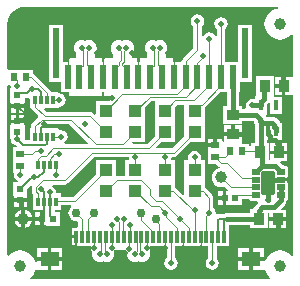
<source format=gtl>
G04*
G04 #@! TF.GenerationSoftware,Altium Limited,Altium Designer,20.0.13 (296)*
G04*
G04 Layer_Physical_Order=1*
G04 Layer_Color=255*
%FSLAX44Y44*%
%MOMM*%
G71*
G01*
G75*
%ADD10C,0.2000*%
%ADD13R,0.3000X0.8000*%
%ADD14R,1.6500X1.3000*%
%ADD15R,0.3000X1.0000*%
%ADD16R,1.1000X1.1000*%
%ADD18R,0.5500X0.6500*%
%ADD19R,0.9000X1.0000*%
%ADD20R,1.0000X0.9000*%
%ADD21R,0.6500X0.5500*%
%ADD22R,0.6200X0.6200*%
%ADD24R,0.6200X0.6200*%
%ADD25R,0.6000X4.2000*%
%ADD26R,0.6000X2.0000*%
%ADD44C,1.0000*%
%ADD45C,0.7500*%
G04:AMPARAMS|DCode=46|XSize=1.2mm|YSize=2mm|CornerRadius=0.06mm|HoleSize=0mm|Usage=FLASHONLY|Rotation=180.000|XOffset=0mm|YOffset=0mm|HoleType=Round|Shape=RoundedRectangle|*
%AMROUNDEDRECTD46*
21,1,1.2000,1.8800,0,0,180.0*
21,1,1.0800,2.0000,0,0,180.0*
1,1,0.1200,-0.5400,0.9400*
1,1,0.1200,0.5400,0.9400*
1,1,0.1200,0.5400,-0.9400*
1,1,0.1200,-0.5400,-0.9400*
%
%ADD46ROUNDEDRECTD46*%
G04:AMPARAMS|DCode=47|XSize=0.6mm|YSize=0.5mm|CornerRadius=0.025mm|HoleSize=0mm|Usage=FLASHONLY|Rotation=180.000|XOffset=0mm|YOffset=0mm|HoleType=Round|Shape=RoundedRectangle|*
%AMROUNDEDRECTD47*
21,1,0.6000,0.4500,0,0,180.0*
21,1,0.5500,0.5000,0,0,180.0*
1,1,0.0500,-0.2750,0.2250*
1,1,0.0500,0.2750,0.2250*
1,1,0.0500,0.2750,-0.2250*
1,1,0.0500,-0.2750,-0.2250*
%
%ADD47ROUNDEDRECTD47*%
%ADD48R,0.4000X0.9000*%
%ADD49C,0.1016*%
%ADD50C,0.4000*%
%ADD51C,0.1000*%
%ADD52C,0.5000*%
G36*
X230000Y234736D02*
X231587D01*
X233601Y234335D01*
X233559Y233048D01*
X231574Y232787D01*
X228381Y231465D01*
X225639Y229361D01*
X223535Y226619D01*
X222213Y223426D01*
X221762Y220000D01*
X222213Y216574D01*
X223535Y213381D01*
X225639Y210639D01*
X228381Y208535D01*
X231574Y207213D01*
X235000Y206762D01*
X238426Y207213D01*
X241619Y208535D01*
X244361Y210639D01*
X244913Y211358D01*
X246115Y210950D01*
X246115Y175510D01*
X244845Y175040D01*
X239500D01*
Y167500D01*
Y159960D01*
X244845D01*
X245040Y159960D01*
X246115Y159490D01*
X246115Y24050D01*
X244913Y23642D01*
X244361Y24361D01*
X241619Y26465D01*
X238426Y27787D01*
X235000Y28238D01*
X231574Y27787D01*
X228381Y26465D01*
X225639Y24361D01*
X223535Y21619D01*
X222400Y18878D01*
X221130Y19131D01*
Y19500D01*
X211840D01*
Y11960D01*
X221040Y11960D01*
X221692Y11745D01*
X222226Y11541D01*
X223535Y8381D01*
X225639Y5639D01*
X226359Y5087D01*
X225951Y3884D01*
X24050Y3884D01*
X23642Y5087D01*
X24361Y5639D01*
X26465Y8381D01*
X27787Y11574D01*
X27824Y11854D01*
X29050Y11960D01*
X29119Y11960D01*
X38340D01*
Y19500D01*
X29050D01*
Y18564D01*
X27787Y18426D01*
X26465Y21619D01*
X24361Y24361D01*
X21619Y26465D01*
X18426Y27787D01*
X15000Y28238D01*
X11574Y27787D01*
X8381Y26465D01*
X5639Y24361D01*
X5087Y23642D01*
X3885Y24050D01*
X3884Y167631D01*
X4944Y168564D01*
X6000Y168504D01*
X6892Y167633D01*
X7122Y166479D01*
X6400Y165600D01*
X6400D01*
Y153400D01*
X6860D01*
Y152000D01*
X12500D01*
X18140D01*
Y153400D01*
X18600D01*
Y157522D01*
X20788D01*
X20788Y157522D01*
X21730Y157709D01*
X22724Y157136D01*
X23000Y156856D01*
Y148500D01*
X24267D01*
X24971Y147447D01*
X29949Y142469D01*
X29947Y140696D01*
X24971Y135720D01*
X24195Y134559D01*
X23923Y133191D01*
Y131500D01*
X23000D01*
Y121578D01*
X19530D01*
X18600Y122400D01*
Y134600D01*
X18140D01*
Y136000D01*
X6860D01*
Y134600D01*
X6400D01*
Y122400D01*
X6912D01*
X7319Y120354D01*
X8535Y118535D01*
X10354Y117319D01*
X11858Y117020D01*
X11733Y115750D01*
X8750D01*
Y104250D01*
Y94250D01*
X8750D01*
X9547Y93279D01*
X9392Y92500D01*
X9819Y90354D01*
X11035Y88535D01*
X12778Y87370D01*
X12792Y87277D01*
X12139Y86100D01*
X8900D01*
Y73900D01*
X9360D01*
Y72500D01*
X15000D01*
X20640D01*
Y73900D01*
X21100D01*
Y80332D01*
X23895Y83127D01*
X25065Y82502D01*
X24899Y81667D01*
Y78091D01*
X25171Y76723D01*
X25500Y76231D01*
Y62500D01*
X34500D01*
Y62500D01*
X34652D01*
X35336Y61910D01*
X35000Y61007D01*
Y55000D01*
Y49360D01*
X36400D01*
Y48900D01*
X48600D01*
Y61100D01*
X44078D01*
Y62500D01*
X49500D01*
Y66394D01*
X57748D01*
X58179Y65124D01*
X57776Y64814D01*
X56694Y63404D01*
X56014Y61762D01*
X55782Y60000D01*
X56014Y58238D01*
X56694Y56596D01*
X57776Y55186D01*
X59186Y54104D01*
X60828Y53424D01*
X62590Y53192D01*
X63058Y53253D01*
X64013Y52416D01*
Y48000D01*
X63090D01*
Y47540D01*
X58550D01*
Y41500D01*
X62590D01*
Y40000D01*
X63089D01*
Y32460D01*
X63090D01*
Y32000D01*
X75090D01*
Y29000D01*
X75090D01*
X75744Y27789D01*
X75743Y27730D01*
X75526Y26082D01*
Y25000D01*
X75749Y23303D01*
X76404Y21722D01*
X77446Y20364D01*
X78804Y19322D01*
X80385Y18667D01*
X82082Y18444D01*
X83779Y18667D01*
X85090Y19210D01*
X86401Y18667D01*
X88098Y18444D01*
X89795Y18667D01*
X91376Y19322D01*
X92734Y20364D01*
X93776Y21722D01*
X94431Y23303D01*
X94654Y25000D01*
Y26082D01*
X94437Y27730D01*
X94436Y27788D01*
X95141Y29000D01*
X104880D01*
X105744Y27787D01*
X105743Y27730D01*
X105526Y26082D01*
Y25000D01*
X105749Y23303D01*
X106404Y21722D01*
X107446Y20364D01*
X108804Y19322D01*
X110385Y18667D01*
X112082Y18444D01*
X113779Y18667D01*
X115090Y19210D01*
X116401Y18667D01*
X118098Y18444D01*
X119795Y18667D01*
X121376Y19322D01*
X122734Y20364D01*
X123776Y21722D01*
X124431Y23303D01*
X124654Y25000D01*
Y26082D01*
X124437Y27730D01*
X124436Y27789D01*
X125090Y29000D01*
X125090D01*
Y32000D01*
X137090D01*
Y32000D01*
X137743D01*
X139013Y31163D01*
Y21725D01*
X138625Y21465D01*
X137409Y19646D01*
X136982Y17500D01*
X137409Y15354D01*
X138625Y13535D01*
X140444Y12319D01*
X142590Y11892D01*
X144736Y12319D01*
X146555Y13535D01*
X147771Y15354D01*
X148198Y17500D01*
X147771Y19646D01*
X146555Y21465D01*
X146167Y21725D01*
Y32000D01*
X152090D01*
Y32000D01*
X153090D01*
Y32000D01*
X167090D01*
Y32000D01*
X168090D01*
Y32000D01*
X174013D01*
Y21725D01*
X173625Y21465D01*
X172409Y19646D01*
X171982Y17500D01*
X172409Y15354D01*
X173625Y13535D01*
X175444Y12319D01*
X177590Y11892D01*
X179736Y12319D01*
X181555Y13535D01*
X182771Y15354D01*
X183198Y17500D01*
X182771Y19646D01*
X181555Y21465D01*
X181167Y21725D01*
Y32000D01*
X192090D01*
Y48000D01*
X191668D01*
Y49902D01*
X209500D01*
Y47000D01*
X224500D01*
Y59902D01*
X225960D01*
Y56500D01*
X233000D01*
X240040D01*
Y62540D01*
X236409D01*
X235923Y63713D01*
X239105Y66895D01*
X240210Y68549D01*
X240598Y70500D01*
Y70664D01*
X241311Y71732D01*
X241564Y73000D01*
Y77500D01*
X241365Y78500D01*
X241564Y79500D01*
Y84000D01*
X241311Y85268D01*
X241032Y85686D01*
X241095Y86000D01*
Y86750D01*
X239985D01*
X239518Y87062D01*
X238250Y87314D01*
X235500D01*
Y89186D01*
X238250D01*
X239518Y89438D01*
X239985Y89750D01*
X241095D01*
Y90500D01*
X241032Y90814D01*
X241311Y91232D01*
X241564Y92500D01*
Y97000D01*
X241311Y98268D01*
X240593Y99343D01*
X239518Y100061D01*
X238250Y100314D01*
X237146D01*
X235020Y102440D01*
X235546Y103710D01*
X240790D01*
Y109750D01*
X233750D01*
X226710D01*
Y105098D01*
X225250D01*
Y119250D01*
X223598D01*
Y121960D01*
X226500D01*
Y121500D01*
X236500D01*
Y128507D01*
X236598Y129000D01*
Y131500D01*
X236500Y131993D01*
Y136500D01*
X234766D01*
X234726Y136700D01*
X233621Y138354D01*
X231854Y140121D01*
X230200Y141226D01*
X228249Y141614D01*
X223531D01*
X223149Y142230D01*
X223500Y143500D01*
X223500D01*
Y150507D01*
X223598Y151000D01*
Y151388D01*
X225105Y152895D01*
X225230Y153083D01*
X226500Y152697D01*
Y143500D01*
X236500D01*
Y158500D01*
X230152D01*
X229500Y159500D01*
Y175500D01*
X214500D01*
Y159500D01*
X213848Y158500D01*
X213500D01*
Y157211D01*
X212518Y156405D01*
X211500Y156608D01*
X209354Y156181D01*
X207535Y154965D01*
X206319Y153146D01*
X205892Y151000D01*
X206217Y149368D01*
X205413Y148098D01*
X203000D01*
Y150500D01*
X200098D01*
Y162000D01*
X201000D01*
Y171000D01*
X211000D01*
Y219000D01*
X199000D01*
Y188000D01*
X188577D01*
Y215775D01*
X188965Y216035D01*
X190181Y217854D01*
X190608Y220000D01*
X190181Y222146D01*
X188965Y223965D01*
X187146Y225181D01*
X185000Y225608D01*
X182854Y225181D01*
X181035Y223965D01*
X179819Y222146D01*
X179392Y220000D01*
X179819Y217854D01*
X181035Y216035D01*
X181423Y215775D01*
Y209898D01*
X180265Y209663D01*
X180153Y209687D01*
X178965Y211465D01*
X177146Y212681D01*
X175000Y213108D01*
X172854Y212681D01*
X171035Y211465D01*
X169847Y209687D01*
X169735Y209663D01*
X168577Y209898D01*
Y218275D01*
X168965Y218535D01*
X170181Y220354D01*
X170608Y222500D01*
X170181Y224646D01*
X168965Y226465D01*
X167146Y227681D01*
X165000Y228108D01*
X162854Y227681D01*
X161035Y226465D01*
X159819Y224646D01*
X159392Y222500D01*
X159819Y220354D01*
X161035Y218535D01*
X161423Y218275D01*
Y199672D01*
X152471Y190720D01*
X151695Y189559D01*
X151423Y188191D01*
Y188000D01*
X149000D01*
Y187540D01*
X144000D01*
Y191000D01*
X138072D01*
Y194840D01*
X138686Y195640D01*
X139341Y197221D01*
X139564Y198918D01*
Y200000D01*
X139341Y201697D01*
X138686Y203278D01*
X137644Y204636D01*
X136286Y205678D01*
X134705Y206333D01*
X133008Y206556D01*
X131311Y206333D01*
X130000Y205790D01*
X128689Y206333D01*
X126992Y206556D01*
X125295Y206333D01*
X123714Y205678D01*
X122356Y204636D01*
X121314Y203278D01*
X120659Y201697D01*
X120436Y200000D01*
Y198918D01*
X120659Y197221D01*
X121314Y195640D01*
X121928Y194840D01*
Y191000D01*
X116000D01*
Y187540D01*
X114000D01*
Y191000D01*
X109588D01*
Y194840D01*
X110202Y195640D01*
X110857Y197221D01*
X111080Y198918D01*
Y200000D01*
X110857Y201697D01*
X110202Y203278D01*
X109160Y204636D01*
X107802Y205678D01*
X106221Y206333D01*
X104524Y206556D01*
X102827Y206333D01*
X101516Y205790D01*
X100205Y206333D01*
X98508Y206556D01*
X96811Y206333D01*
X95230Y205678D01*
X93872Y204636D01*
X92830Y203278D01*
X92175Y201697D01*
X91952Y200000D01*
Y198918D01*
X92175Y197221D01*
X92830Y195640D01*
X93444Y194840D01*
Y191865D01*
X92806Y191034D01*
X92792Y191000D01*
X86000D01*
Y187540D01*
X84000D01*
Y191000D01*
X78072D01*
Y194840D01*
X78686Y195640D01*
X79341Y197221D01*
X79564Y198918D01*
Y200000D01*
X79341Y201697D01*
X78686Y203278D01*
X77644Y204636D01*
X76286Y205678D01*
X74705Y206333D01*
X73008Y206556D01*
X71311Y206333D01*
X70000Y205790D01*
X68689Y206333D01*
X66992Y206556D01*
X65295Y206333D01*
X63714Y205678D01*
X62356Y204636D01*
X61314Y203278D01*
X60659Y201697D01*
X60436Y200000D01*
Y198918D01*
X60659Y197221D01*
X61314Y195640D01*
X61928Y194840D01*
Y191000D01*
X56000D01*
Y187540D01*
X51000D01*
Y219000D01*
X39000D01*
Y171000D01*
X49460D01*
Y162460D01*
X56000D01*
Y159000D01*
X84000D01*
Y162460D01*
X86000D01*
Y159000D01*
X93282D01*
X93768Y157827D01*
X90942Y155000D01*
X79000D01*
Y143718D01*
X77827Y143232D01*
X76795Y144263D01*
X75635Y145038D01*
X74266Y145311D01*
X37223D01*
X35208Y147327D01*
X35694Y148500D01*
X47000D01*
Y149090D01*
X47982Y149896D01*
X48000Y149892D01*
X50146Y150319D01*
X51965Y151535D01*
X53181Y153354D01*
X53608Y155500D01*
X53181Y157646D01*
X51965Y159465D01*
X50146Y160681D01*
X48000Y161108D01*
X47982Y161104D01*
X47000Y161910D01*
Y162500D01*
X40932D01*
X40804Y163143D01*
X40029Y164303D01*
X26803Y177529D01*
X25750Y178233D01*
Y181250D01*
X5155D01*
X4250Y181250D01*
X3884Y182369D01*
X3884Y218620D01*
Y220207D01*
X4504Y223321D01*
X5719Y226254D01*
X7482Y228893D01*
X9727Y231138D01*
X12366Y232901D01*
X15299Y234116D01*
X18413Y234736D01*
X20000Y234736D01*
X230000Y234736D01*
D02*
G37*
G36*
X129000Y138000D02*
X129000D01*
Y137000D01*
X129000D01*
Y125058D01*
X122284Y118343D01*
X110102D01*
X109462Y119613D01*
X109748Y120000D01*
X121000D01*
Y137000D01*
X121000D01*
Y138000D01*
X121000D01*
Y149942D01*
X125982Y154923D01*
X129000D01*
Y138000D01*
D02*
G37*
G36*
X72552Y119516D02*
X72066Y118343D01*
X52471D01*
X52085Y119613D01*
X53465Y120535D01*
X54681Y122354D01*
X55108Y124500D01*
X54681Y126646D01*
X53465Y128465D01*
X51646Y129681D01*
X49500Y130108D01*
X48270Y129863D01*
X47000Y130856D01*
Y131500D01*
X33274D01*
X32838Y131790D01*
X32607Y133239D01*
X34815Y135447D01*
X56621D01*
X72552Y119516D01*
D02*
G37*
G36*
X189902Y150500D02*
X187000D01*
Y135500D01*
X203000D01*
Y137902D01*
X211586D01*
X212826Y137683D01*
X213253Y135538D01*
X213402Y135315D01*
Y119250D01*
X210250D01*
Y116335D01*
X208250D01*
Y118750D01*
X202685D01*
X202540Y119960D01*
X202540Y120020D01*
Y125500D01*
X187460D01*
Y120020D01*
X187460Y119960D01*
X187443Y119820D01*
X187060Y119660D01*
X185790Y120507D01*
Y122790D01*
X181500D01*
Y117500D01*
X180000D01*
Y116000D01*
X174210D01*
Y113250D01*
X173750D01*
Y101750D01*
X180692D01*
X182471Y99971D01*
X183631Y99195D01*
X183709Y99180D01*
X183667Y97893D01*
X182912Y97794D01*
X180965Y96988D01*
X179294Y95706D01*
X178012Y94035D01*
X177206Y92088D01*
X176931Y90000D01*
X177206Y87912D01*
X178012Y85965D01*
X179294Y84294D01*
X180965Y83012D01*
X182912Y82206D01*
X185000Y81931D01*
X187088Y82206D01*
X187546Y82395D01*
X190314Y79627D01*
X190506Y79290D01*
X190374Y78659D01*
X190053Y78140D01*
X189500D01*
Y72500D01*
Y66860D01*
X190900D01*
Y66400D01*
X203100D01*
Y71673D01*
X208728D01*
X209407Y70657D01*
X210482Y69939D01*
X211750Y69686D01*
X215728D01*
X216050Y69165D01*
X216207Y68416D01*
X213395Y65605D01*
X212290Y63951D01*
X212101Y63000D01*
X209500D01*
Y60098D01*
X190000D01*
X188049Y59710D01*
X187104Y59078D01*
X183185D01*
X183185Y59078D01*
X181625Y58768D01*
X180520Y59557D01*
X180608Y60000D01*
X180181Y62146D01*
X178965Y63965D01*
X178577Y64225D01*
Y73024D01*
X178304Y74393D01*
X177529Y75553D01*
X172053Y81029D01*
X171000Y81733D01*
Y86730D01*
X171000Y87000D01*
Y88000D01*
X171000Y88270D01*
Y105000D01*
X168711D01*
X167905Y105982D01*
X168108Y107000D01*
X167681Y109146D01*
X166465Y110965D01*
X164646Y112181D01*
X162500Y112608D01*
X160354Y112181D01*
X158535Y110965D01*
X157319Y109146D01*
X156892Y107000D01*
X157095Y105982D01*
X156289Y105000D01*
X154000D01*
Y88270D01*
X154000Y88000D01*
Y87000D01*
X154000Y86730D01*
Y75742D01*
X152827Y75256D01*
X147053Y81029D01*
X146000Y81733D01*
Y87000D01*
X146000D01*
Y88000D01*
X146000D01*
Y105000D01*
X143711D01*
X142905Y105982D01*
X143108Y107000D01*
X143475Y107447D01*
X145024D01*
X146393Y107719D01*
X147553Y108495D01*
X159058Y120000D01*
X171000D01*
Y137000D01*
X171000D01*
Y138000D01*
X171000D01*
Y148949D01*
X171021Y148963D01*
X184058Y162000D01*
X189902D01*
Y150500D01*
D02*
G37*
G36*
X154000Y138000D02*
X154000D01*
Y137000D01*
X154000D01*
Y125058D01*
X143542Y114601D01*
X130318D01*
X129832Y115774D01*
X134058Y120000D01*
X146000D01*
Y137000D01*
X146000D01*
Y138000D01*
X146000D01*
Y149942D01*
X147704Y151645D01*
X154000D01*
Y138000D01*
D02*
G37*
G36*
X106892Y107000D02*
X107095Y105982D01*
X106289Y105000D01*
X104000D01*
Y91077D01*
X96500D01*
X96000Y91487D01*
Y105000D01*
X79000D01*
Y93058D01*
X59489Y73547D01*
X49500D01*
Y76500D01*
X46410D01*
X45604Y77482D01*
X45608Y77500D01*
X45181Y79646D01*
X43965Y81465D01*
X42187Y82653D01*
X42163Y82765D01*
X42399Y83923D01*
X52500D01*
X53869Y84195D01*
X55029Y84971D01*
X77506Y107447D01*
X106525D01*
X106892Y107000D01*
D02*
G37*
%LPC*%
G36*
X236500Y175040D02*
X230960D01*
Y169000D01*
X236500D01*
Y175040D01*
D02*
G37*
G36*
Y166000D02*
X230960D01*
Y159960D01*
X236500D01*
Y166000D01*
D02*
G37*
G36*
X18140Y149000D02*
X14000D01*
Y144860D01*
X18140D01*
Y149000D01*
D02*
G37*
G36*
X11000D02*
X6860D01*
Y144860D01*
X11000D01*
Y149000D01*
D02*
G37*
G36*
X18140Y143140D02*
X14000D01*
Y139000D01*
X18140D01*
Y143140D01*
D02*
G37*
G36*
X11000D02*
X6860D01*
Y139000D01*
X11000D01*
Y143140D01*
D02*
G37*
G36*
X240790Y118790D02*
X235250D01*
Y112750D01*
X240790D01*
Y118790D01*
D02*
G37*
G36*
X232250D02*
X226710D01*
Y112750D01*
X232250D01*
Y118790D01*
D02*
G37*
G36*
X20640Y69500D02*
X16500D01*
Y65360D01*
X20640D01*
Y69500D01*
D02*
G37*
G36*
X13500D02*
X9360D01*
Y65360D01*
X13500D01*
Y69500D01*
D02*
G37*
G36*
X19000Y62408D02*
Y56500D01*
X24908D01*
X24846Y56968D01*
X24086Y58802D01*
X22878Y60378D01*
X21302Y61586D01*
X19468Y62346D01*
X19000Y62408D01*
D02*
G37*
G36*
X16000Y62407D02*
X15532Y62346D01*
X13698Y61586D01*
X12122Y60378D01*
X10914Y58802D01*
X10154Y56968D01*
X10092Y56500D01*
X16000D01*
Y62407D01*
D02*
G37*
G36*
X32000Y60640D02*
X27860D01*
Y56500D01*
X32000D01*
Y60640D01*
D02*
G37*
G36*
Y53500D02*
X27860D01*
Y49360D01*
X32000D01*
Y53500D01*
D02*
G37*
G36*
X16000Y53500D02*
X10092D01*
X10154Y53032D01*
X10914Y51198D01*
X12122Y49622D01*
X13698Y48414D01*
X15532Y47654D01*
X16000Y47592D01*
Y53500D01*
D02*
G37*
G36*
X24908D02*
X19000D01*
Y47592D01*
X19468Y47654D01*
X21302Y48414D01*
X22878Y49622D01*
X24086Y51198D01*
X24846Y53032D01*
X24908Y53500D01*
D02*
G37*
G36*
X240040Y53500D02*
X234500D01*
Y47460D01*
X240040D01*
Y53500D01*
D02*
G37*
G36*
X231500D02*
X225960D01*
Y47460D01*
X231500D01*
Y53500D01*
D02*
G37*
G36*
X61090Y38500D02*
X58550D01*
Y32460D01*
X61090D01*
Y38500D01*
D02*
G37*
G36*
X221130Y30040D02*
X211840D01*
Y22500D01*
X221130D01*
Y30040D01*
D02*
G37*
G36*
X208840D02*
X199550D01*
Y22500D01*
X208840D01*
Y30040D01*
D02*
G37*
G36*
X50630D02*
X41340D01*
Y22500D01*
X50630D01*
Y30040D01*
D02*
G37*
G36*
X38340D02*
X29050D01*
Y22500D01*
X38340D01*
Y30040D01*
D02*
G37*
G36*
X50630Y19500D02*
X41340D01*
Y11960D01*
X50630D01*
Y19500D01*
D02*
G37*
G36*
X208840Y19500D02*
X199550D01*
Y11960D01*
X208840D01*
Y19500D01*
D02*
G37*
G36*
X202540Y134040D02*
X196500D01*
Y128500D01*
X202540D01*
Y134040D01*
D02*
G37*
G36*
X193500D02*
X187460D01*
Y128500D01*
X193500D01*
Y134040D01*
D02*
G37*
G36*
X178500Y122790D02*
X174210D01*
Y119000D01*
X178500D01*
Y122790D01*
D02*
G37*
G36*
X186500Y78140D02*
X182360D01*
Y74000D01*
X186500D01*
Y78140D01*
D02*
G37*
G36*
Y71000D02*
X182360D01*
Y66860D01*
X186500D01*
Y71000D01*
D02*
G37*
%LPD*%
D10*
X40000Y57500D02*
X42500Y55000D01*
X40000Y57500D02*
Y69500D01*
X33500Y55000D02*
X34928Y56428D01*
Y59928D01*
X35000Y60000D01*
Y77500D01*
X27201Y90327D02*
X30327D01*
X34879Y94879D01*
Y100379D01*
X35000Y100500D01*
X32500Y80000D02*
X35000Y77500D01*
X17100Y55400D02*
X17500Y55000D01*
X17100Y55400D02*
Y68900D01*
X15000Y71000D02*
X17100Y68900D01*
X26301Y89426D02*
X27201Y90327D01*
X24426Y89426D02*
X26301D01*
X15000Y80000D02*
X24426Y89426D01*
X26875Y90000D02*
X27201Y90326D01*
Y90327D01*
X12500Y122500D02*
X17500Y117500D01*
X36328D01*
X37500Y118672D02*
Y124500D01*
X36328Y117500D02*
X37500Y118672D01*
X20188Y142500D02*
X21000D01*
X17288Y139600D02*
X20188Y142500D01*
X14600Y139600D02*
X17288D01*
X12500Y137500D02*
X14600Y139600D01*
X20500Y142500D02*
X21000D01*
X12500Y150500D02*
X20500Y142500D01*
X24188Y165000D02*
X30000D01*
X20788Y161600D02*
X24188Y165000D01*
X14600Y161600D02*
X20788D01*
X12500Y159500D02*
X14600Y161600D01*
X32500Y155500D02*
Y162500D01*
X30000Y165000D02*
X32500Y162500D01*
X35000Y134188D02*
Y135000D01*
X32500Y131688D02*
X35000Y134188D01*
X32500Y124500D02*
Y131688D01*
X12500Y122500D02*
Y128500D01*
X40000Y69500D02*
Y77500D01*
X40000Y69500D02*
X40000Y69500D01*
X187888Y55000D02*
X192590D01*
X183185D02*
X187888D01*
X187590Y40000D02*
Y54702D01*
X187888Y55000D01*
X182590Y40000D02*
Y54405D01*
X183185Y55000D01*
D13*
X27500Y124500D02*
D03*
X32500D02*
D03*
X37500D02*
D03*
X42500D02*
D03*
X27500Y155500D02*
D03*
X32500D02*
D03*
X37500D02*
D03*
X42500D02*
D03*
X30000Y69500D02*
D03*
X35000D02*
D03*
X40000D02*
D03*
X45000D02*
D03*
X30000Y100500D02*
D03*
X35000D02*
D03*
X40000D02*
D03*
X45000D02*
D03*
D14*
X39840Y21000D02*
D03*
X210340D02*
D03*
D15*
X187590Y40000D02*
D03*
X167590D02*
D03*
X147590D02*
D03*
X127590D02*
D03*
X122590D02*
D03*
X102590D02*
D03*
X82590D02*
D03*
X62590D02*
D03*
X177590D02*
D03*
X182590D02*
D03*
X172590D02*
D03*
X157590D02*
D03*
X162590D02*
D03*
X152590D02*
D03*
X137590D02*
D03*
X142590D02*
D03*
X132590D02*
D03*
X117590D02*
D03*
X112590D02*
D03*
X107590D02*
D03*
X92590D02*
D03*
X97590D02*
D03*
X87590D02*
D03*
X72590D02*
D03*
X77590D02*
D03*
X67590D02*
D03*
D16*
X87500Y128500D02*
D03*
Y146500D02*
D03*
X112500Y128500D02*
D03*
Y146500D02*
D03*
X137500Y128500D02*
D03*
Y146500D02*
D03*
X162500Y128500D02*
D03*
Y146500D02*
D03*
X112500Y78500D02*
D03*
Y96500D02*
D03*
X162500Y78500D02*
D03*
Y96500D02*
D03*
X137500Y78500D02*
D03*
Y96500D02*
D03*
X87500Y78500D02*
D03*
Y96500D02*
D03*
D18*
X192500Y112500D02*
D03*
X202500D02*
D03*
X10000Y175000D02*
D03*
X20000D02*
D03*
D19*
X233000Y55000D02*
D03*
X217000D02*
D03*
X238000Y167500D02*
D03*
X222000D02*
D03*
X233750Y111250D02*
D03*
X217750D02*
D03*
D20*
X195000Y143000D02*
D03*
Y127000D02*
D03*
D21*
X180000Y117500D02*
D03*
Y107500D02*
D03*
X15000Y100000D02*
D03*
Y110000D02*
D03*
D22*
X197000Y72500D02*
D03*
X188000D02*
D03*
X33500Y55000D02*
D03*
X42500D02*
D03*
D24*
X12500Y150500D02*
D03*
Y159500D02*
D03*
X12500Y137500D02*
D03*
Y128500D02*
D03*
X15000Y71000D02*
D03*
Y80000D02*
D03*
D25*
X205000Y195000D02*
D03*
X45000D02*
D03*
D26*
X195000Y175000D02*
D03*
X185000D02*
D03*
X175000D02*
D03*
X165000D02*
D03*
X155000D02*
D03*
X145000D02*
D03*
X135000D02*
D03*
X125000D02*
D03*
X115000D02*
D03*
X105000D02*
D03*
X95000D02*
D03*
X85000D02*
D03*
X75000D02*
D03*
X65000D02*
D03*
X55000D02*
D03*
D44*
X235000Y15000D02*
D03*
X15000D02*
D03*
X185000Y90000D02*
D03*
X17500Y55000D02*
D03*
X235000Y220000D02*
D03*
D45*
X62590Y60000D02*
D03*
X77590D02*
D03*
X117590D02*
D03*
X130090Y55000D02*
D03*
D46*
X225000Y85000D02*
D03*
D47*
X235500Y75250D02*
D03*
Y81750D02*
D03*
Y88250D02*
D03*
Y94750D02*
D03*
X214500D02*
D03*
Y88250D02*
D03*
Y81750D02*
D03*
Y75250D02*
D03*
D48*
X231500Y151000D02*
D03*
Y129000D02*
D03*
X218500Y151000D02*
D03*
Y129000D02*
D03*
X225000D02*
D03*
D49*
X135000Y70000D02*
X150000Y55000D01*
X157590Y47410D01*
X147590Y40000D02*
Y47410D01*
X138079Y56921D02*
Y59421D01*
Y56921D02*
X147590Y47410D01*
X132083Y65417D02*
X138079Y59421D01*
X130000Y70000D02*
X135000D01*
X157590Y40000D02*
Y47410D01*
X96500Y87500D02*
X117500D01*
X87500Y78500D02*
X96500Y87500D01*
X117500D02*
X125000Y80000D01*
Y75000D02*
Y80000D01*
Y75000D02*
X130000Y70000D01*
X112500Y78500D02*
X125583Y65417D01*
X132083D01*
X34309Y87500D02*
X52500D01*
X32452Y108476D02*
X36667D01*
X123766Y114766D02*
X137500Y128500D01*
X42957Y114766D02*
X123766D01*
X36667Y108476D02*
X42957Y114766D01*
X76024Y111024D02*
X145024D01*
X30000Y100500D02*
Y106024D01*
X32452Y108476D01*
X30000Y69500D02*
Y76567D01*
X28476Y78091D02*
X30000Y76567D01*
X28476Y78091D02*
Y81667D01*
X34309Y87500D01*
X52500D02*
X76024Y111024D01*
X60970Y69970D02*
X87500Y96500D01*
X45470Y69970D02*
X60970D01*
X45000Y69500D02*
X45470Y69970D01*
X145024Y111024D02*
X162500Y128500D01*
X40000Y106024D02*
X43476Y109500D01*
X40000Y100500D02*
Y106024D01*
X122590Y30000D02*
X137590D01*
X137590Y30000D01*
X62590D02*
X77590D01*
X107416Y28748D02*
Y29826D01*
X97590Y25000D02*
X104495D01*
X105213Y26545D02*
X107416Y28748D01*
X105213Y25718D02*
Y26545D01*
X104495Y25000D02*
X105213Y25718D01*
X92590Y30000D02*
X97590Y25000D01*
X101532Y160532D02*
X147532D01*
X87500Y146500D02*
X101532Y160532D01*
X74266Y141734D02*
X87500Y128500D01*
X35742Y141734D02*
X74266D01*
X27500Y149976D02*
X35742Y141734D01*
X27500Y149976D02*
Y155500D01*
X147532Y160532D02*
X155000Y168000D01*
X48000Y155500D02*
X49500D01*
X43500D02*
X48000D01*
X43000Y155000D02*
X43500Y155500D01*
X12500Y167633D02*
Y172500D01*
X10000Y175000D02*
X12500Y172500D01*
X180000Y107500D02*
X188000D01*
X192500Y112000D01*
Y112500D01*
X185000Y102500D02*
X190000D01*
X203071Y89429D02*
X213321D01*
X190000Y102500D02*
X203071Y89429D01*
X180000Y107500D02*
X185000Y102500D01*
X213321Y89429D02*
X214500Y88250D01*
X214492Y112758D02*
X216625Y110625D01*
X206884Y112758D02*
X214492D01*
X206626Y112500D02*
X206884Y112758D01*
X202500Y112500D02*
X206626D01*
X197000Y72500D02*
X199750Y75250D01*
X214500D01*
X185000Y90000D02*
X193250Y81750D01*
X214500D01*
X20000Y175000D02*
X24274D01*
X37500Y161774D01*
Y155500D02*
Y161774D01*
X42500Y155500D02*
X43000Y155000D01*
X58102Y139024D02*
X79126Y118000D01*
X102000D02*
X112500Y128500D01*
X79126Y118000D02*
X102000D01*
X33333Y139024D02*
X58102D01*
X27500Y133191D02*
X33333Y139024D01*
X27500Y124500D02*
Y133191D01*
X112500Y146500D02*
X124500Y158500D01*
X155500D01*
X165000Y168000D01*
X137500Y146500D02*
X146222Y155222D01*
X162222D01*
X175000Y168000D01*
Y175000D01*
X162500Y146500D02*
X167492Y151492D01*
X168492D01*
X185000Y168000D01*
Y175000D01*
X130090Y53245D02*
Y55000D01*
Y53245D02*
X132590Y50745D01*
Y40000D02*
Y50745D01*
X117590Y53655D02*
Y60000D01*
X126598Y40992D02*
X127590Y40000D01*
X126598Y40992D02*
Y44647D01*
X117590Y53655D02*
X126598Y44647D01*
X175000Y60000D02*
Y73024D01*
X169524Y78500D02*
X175000Y73024D01*
X162500Y78500D02*
X169524D01*
X162590Y40000D02*
Y63024D01*
X144524Y78500D02*
X160000Y63024D01*
X137500Y78500D02*
X144524D01*
X45000Y92500D02*
Y100500D01*
X45000Y100500D02*
X45000Y100500D01*
X165000Y168000D02*
Y186667D01*
X155000Y168000D02*
Y188191D01*
X172590Y40000D02*
Y57590D01*
X175000Y60000D01*
X170000Y191667D02*
Y192500D01*
X165000Y186667D02*
X170000Y191667D01*
X175000Y175000D02*
Y207500D01*
X175000Y175000D02*
X175000Y175000D01*
X185000D02*
Y220000D01*
X185000Y175000D02*
X185000Y175000D01*
X165000Y198191D02*
Y222500D01*
X155000Y188191D02*
X165000Y198191D01*
X142590Y17500D02*
Y40000D01*
X177590Y17500D02*
Y40000D01*
X27500Y112500D02*
X32500D01*
X25000Y110000D02*
X27500Y112500D01*
X15000Y110000D02*
X25000D01*
X137500Y96500D02*
Y107000D01*
X137500Y96500D02*
X137500Y96500D01*
X47000Y109500D02*
X47500Y110000D01*
X43476Y109500D02*
X47000D01*
X15000Y92500D02*
Y100000D01*
X180000Y117500D02*
Y125000D01*
X188000Y63000D02*
Y72500D01*
X112500Y96500D02*
Y107000D01*
X112500Y96500D02*
X112500Y96500D01*
X42500Y124500D02*
X49500D01*
X162500Y96500D02*
Y107000D01*
X162500Y96500D02*
X162500Y96500D01*
X80000Y195000D02*
X85000Y190000D01*
X55000Y175000D02*
Y190000D01*
X60000Y195000D01*
X85000Y190000D02*
X90000Y195000D01*
X85000Y175000D02*
Y190000D01*
X110000Y195000D02*
X115000Y190000D01*
X140000Y195000D02*
X145000Y190000D01*
Y175000D02*
Y190000D01*
X115000D02*
X120000Y195000D01*
X115000Y175000D02*
Y190000D01*
X207590Y35000D02*
X210340Y32250D01*
Y21000D02*
Y32250D01*
X39840D02*
X42590Y35000D01*
X39840Y21000D02*
Y32250D01*
X62590Y30000D02*
Y40000D01*
X167590Y30000D02*
Y40000D01*
X152590Y30000D02*
Y40000D01*
X137590Y30000D02*
Y40000D01*
X107590D02*
Y50000D01*
X92590Y40000D02*
Y50000D01*
X122590Y30000D02*
Y40000D01*
X107242Y29652D02*
X107416Y29826D01*
Y39826D01*
X107590Y40000D01*
X92590Y30000D02*
Y40000D01*
X77590Y30000D02*
Y40000D01*
X67590D02*
Y55000D01*
X62590Y60000D02*
X67590Y55000D01*
X72590Y40000D02*
Y55000D01*
X77590Y60000D01*
D50*
X218500Y112000D02*
Y137617D01*
X218434Y137683D02*
X218500Y137617D01*
X218434Y137683D02*
X218704D01*
X219872Y136516D01*
X228249D01*
X230016Y134749D01*
X231500Y129000D02*
Y131500D01*
X230016Y132984D02*
X231500Y131500D01*
X230016Y132984D02*
Y134749D01*
X218243Y137875D02*
X218434Y137683D01*
X218243Y137875D02*
Y139500D01*
X214743Y143000D02*
X218243Y139500D01*
X195000Y143000D02*
X214743D01*
X211500Y151000D02*
X218500D01*
X233479Y118750D02*
X233750D01*
X230745Y121484D02*
X233479Y118750D01*
X228251Y121484D02*
X230745D01*
X226484Y123251D02*
Y125016D01*
X225000Y126500D02*
X226484Y125016D01*
X225000Y126500D02*
Y129000D01*
X226484Y123251D02*
X228251Y121484D01*
X217750Y111250D02*
X218500Y112000D01*
Y151000D02*
Y153500D01*
X221500Y156500D01*
Y167000D01*
X222000Y167500D01*
X217750Y111250D02*
X219750Y109250D01*
X203000Y127000D02*
X205000Y125000D01*
X195000Y127000D02*
X203000D01*
X195000Y143000D02*
Y175000D01*
X237500Y168000D02*
Y185000D01*
Y168000D02*
X238000Y167500D01*
X233750Y111250D02*
Y118750D01*
X219750Y100000D02*
Y109250D01*
Y100000D02*
X230250D01*
X214500Y94750D02*
X219750Y100000D01*
X225000Y70516D02*
Y85000D01*
X228250Y88250D02*
X235500D01*
X225000Y85000D02*
X228250Y88250D01*
X233000Y45000D02*
Y55000D01*
X230250Y100000D02*
X235500Y94750D01*
Y75250D02*
Y81750D01*
X217000Y62000D02*
X220000Y65000D01*
X230000D02*
X235500Y70500D01*
X220000Y65000D02*
X230000D01*
X217000Y55000D02*
Y62000D01*
X235500Y70500D02*
Y75250D01*
X235500Y75250D01*
X190000Y55000D02*
X217000D01*
D51*
X68484Y185086D02*
Y197426D01*
X67500Y184500D02*
X67898D01*
X72500D02*
X75000Y182000D01*
X72102Y184500D02*
X72500D01*
X71516Y185086D02*
X72102Y184500D01*
X71516Y185086D02*
Y197426D01*
X73008Y198918D01*
Y200000D01*
X67898Y184500D02*
X68484Y185086D01*
X65000Y182000D02*
X67500Y184500D01*
X66992Y198918D02*
Y200000D01*
X65000Y175000D02*
Y182000D01*
X66992Y198918D02*
X68484Y197426D01*
X75000Y175000D02*
Y182000D01*
X133008Y198918D02*
Y200000D01*
X126992Y198918D02*
Y200000D01*
X131516Y197426D02*
X133008Y198918D01*
X131516Y185086D02*
Y197426D01*
X126992Y198918D02*
X128484Y197426D01*
Y185086D02*
Y197426D01*
X127500Y184500D02*
X127898D01*
X132102D02*
X132500D01*
X131516Y185086D02*
X132102Y184500D01*
X125000Y175000D02*
Y182000D01*
X135000Y175000D02*
Y182000D01*
X132500Y184500D02*
X135000Y182000D01*
X127898Y184500D02*
X128484Y185086D01*
X125000Y182000D02*
X127500Y184500D01*
X103032Y188016D02*
Y197426D01*
X98484Y185086D02*
Y187756D01*
X101516Y185086D02*
Y186500D01*
X98508Y198918D02*
Y200000D01*
Y198918D02*
X100000Y197426D01*
X97500Y184500D02*
X97898D01*
X102500D02*
X105000Y182000D01*
X102102Y184500D02*
X102500D01*
X101516Y186500D02*
X103032Y188016D01*
Y197426D02*
X104524Y198918D01*
X98484Y187756D02*
X100000Y189272D01*
X95000Y175000D02*
Y182000D01*
X105000Y175000D02*
Y182000D01*
X101516Y185086D02*
X102102Y184500D01*
X104524Y198918D02*
Y200000D01*
X100000Y189272D02*
Y197426D01*
X97898Y184500D02*
X98484Y185086D01*
X95000Y182000D02*
X97500Y184500D01*
X116606Y39016D02*
X117590Y40000D01*
X116606Y27574D02*
Y39016D01*
Y27574D02*
X118098Y26082D01*
Y25000D02*
Y26082D01*
X112590Y40000D02*
X113574Y39016D01*
Y27574D02*
Y39016D01*
X112082Y26082D02*
X113574Y27574D01*
X112082Y25000D02*
Y26082D01*
X97590Y40000D02*
X98574Y40984D01*
Y52426D01*
X97082Y53918D02*
X98574Y52426D01*
X97082Y53918D02*
Y55000D01*
X101606Y40984D02*
X102590Y40000D01*
X101606Y40984D02*
Y52426D01*
X103098Y53918D01*
Y55000D01*
X83574Y32244D02*
X83574Y32244D01*
Y27574D02*
Y32244D01*
X82082Y26082D02*
X83574Y27574D01*
X83574Y32244D02*
Y39016D01*
X86606Y33500D02*
Y39016D01*
X87590Y40000D01*
X86606Y27574D02*
X88098Y26082D01*
Y25000D02*
Y26082D01*
X82590Y40000D02*
X83574Y39016D01*
X86606Y33500D02*
X86606Y33500D01*
Y27574D02*
Y33500D01*
X82082Y25000D02*
Y26082D01*
D52*
X150000Y55000D02*
D03*
X70000Y135000D02*
D03*
X150000Y127500D02*
D03*
X125000D02*
D03*
X92500Y157500D02*
D03*
X48000Y155500D02*
D03*
X13672Y185301D02*
D03*
X105000Y227500D02*
D03*
X52500Y80000D02*
D03*
X12500Y167633D02*
D03*
X137500Y60000D02*
D03*
X45000Y92500D02*
D03*
X162590Y62500D02*
D03*
X175000Y60000D02*
D03*
X170000Y192500D02*
D03*
X175000Y207500D02*
D03*
X185000Y220000D02*
D03*
X165000Y222500D02*
D03*
X142590Y17500D02*
D03*
X177590Y17500D02*
D03*
X237500Y185000D02*
D03*
X218434Y137683D02*
D03*
X32500Y112500D02*
D03*
X35000Y135000D02*
D03*
X12500Y122500D02*
D03*
X137500Y107000D02*
D03*
X17500Y55000D02*
D03*
X40000Y77500D02*
D03*
X15000Y92500D02*
D03*
X21000Y142500D02*
D03*
X47500Y110000D02*
D03*
X233000Y45000D02*
D03*
X233750Y118750D02*
D03*
X180000Y125000D02*
D03*
X211500Y151000D02*
D03*
X188000Y63000D02*
D03*
X225000Y70516D02*
D03*
X205000Y125000D02*
D03*
X112500Y107000D02*
D03*
X26875Y90000D02*
D03*
X25000Y165000D02*
D03*
X32500Y80000D02*
D03*
X49500Y124500D02*
D03*
X162500Y107000D02*
D03*
X80000Y195000D02*
D03*
X60000Y195000D02*
D03*
X73008Y200000D02*
D03*
X66992D02*
D03*
X90000Y195000D02*
D03*
X110000D02*
D03*
X140000D02*
D03*
X120000D02*
D03*
X133008Y200000D02*
D03*
X126992D02*
D03*
X207590Y35000D02*
D03*
X42590D02*
D03*
X62590Y30000D02*
D03*
X167590D02*
D03*
X152590D02*
D03*
X137590D02*
D03*
X107590Y50000D02*
D03*
X92590D02*
D03*
X122590Y30000D02*
D03*
X107242Y29652D02*
D03*
X92590Y30000D02*
D03*
X77590D02*
D03*
X104524Y200000D02*
D03*
X98508D02*
D03*
X118098Y25000D02*
D03*
X112082D02*
D03*
X103098Y55000D02*
D03*
X97082D02*
D03*
X88098Y25000D02*
D03*
X82082D02*
D03*
M02*

</source>
